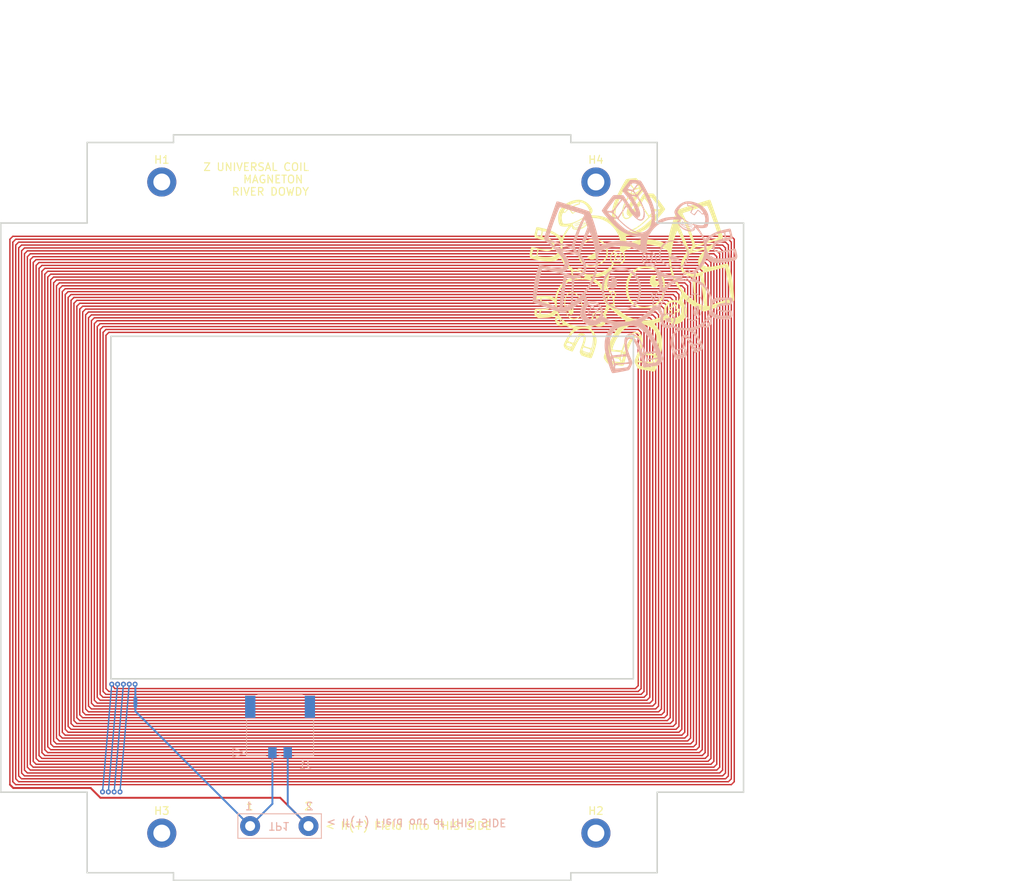
<source format=kicad_pcb>
(kicad_pcb (version 20241229) (generator "pcbnew") (generator_version "9.0")
  (title_block (title "Magneton") (date "2024-12-07") (rev "1.0") (comment 1 "Designed by: Eric Liu      ") (comment 2 "Retrofitted by: River Dowdy"))
  (layers (0 "F.Cu" signal) (4 "In1.Cu" signal) (6 "In2.Cu" signal) (8 "In3.Cu" signal) (10 "In4.Cu" signal) (2 "B.Cu" signal) (13 "F.Paste" user) (15 "B.Paste" user) (5 "F.SilkS" user "F.Silkscreen") (7 "B.SilkS" user "B.Silkscreen") (1 "F.Mask" user) (3 "B.Mask" user) (25 "Edge.Cuts" user))
  (net 0 "")
  (net 2 "COIL_1")
  (net 3 "COIL_2")
  (footprint "MountingHole:MountingHole_2.2mm_M2_DIN965_Pad_TopBottom" (layer "F.Cu") (at 91.151143 148.603288)
    (property "Reference" "H3" (at 0 -2.9 0) (layer "F.SilkS"))
    (property "Value" "~")
    (pad "1" thru_hole circle (at 0 0) (size 2.6 2.6) (drill 2.2) (layers "*.Cu" "*.Mask"))
    (pad "1" connect circle (at 0 0) (size 3.8 3.8) (layers "F.Cu" "F.Mask"))
    (pad "1" connect circle (at 0 0) (size 3.8 3.8) (layers "B.Cu" "B.Mask"))
  )
  (footprint "IMAGE_FOOTPRINTS:mk3smallmag" (layer "F.Cu") (at 152.529 75.649)
    (property "Reference" "G***" (hide yes))
    (property "Value" "LOGO" (hide yes))
  )
  (footprint "MountingHole:MountingHole_2.2mm_M2_DIN965_Pad_TopBottom" (layer "F.Cu") (at 147.825143 63.603288)
    (property "Reference" "H4" (at 0 -2.9 0) (layer "F.SilkS"))
    (property "Value" "~")
    (pad "1" thru_hole circle (at 0 0) (size 2.6 2.6) (drill 2.2) (layers "*.Cu" "*.Mask"))
    (pad "1" connect circle (at 0 0) (size 3.8 3.8) (layers "F.Cu" "F.Mask"))
    (pad "1" connect circle (at 0 0) (size 3.8 3.8) (layers "B.Cu" "B.Mask"))
  )
  (footprint "MountingHole:MountingHole_2.2mm_M2_DIN965_Pad_TopBottom" (layer "F.Cu") (at 147.825143 148.603288)
    (property "Reference" "H2" (at 0 -2.9 0) (layer "F.SilkS"))
    (property "Value" "~")
    (pad "1" thru_hole circle (at 0 0) (size 2.6 2.6) (drill 2.2) (layers "*.Cu" "*.Mask"))
    (pad "1" connect circle (at 0 0) (size 3.8 3.8) (layers "F.Cu" "F.Mask"))
    (pad "1" connect circle (at 0 0) (size 3.8 3.8) (layers "B.Cu" "B.Mask"))
  )
  (footprint "MountingHole:MountingHole_2.2mm_M2_DIN965_Pad_TopBottom" (layer "F.Cu") (at 91.151143 63.603288)
    (property "Reference" "H1" (at 0 -2.9 0) (layer "F.SilkS"))
    (property "Value" "~")
    (pad "1" thru_hole circle (at 0 0) (size 2.6 2.6) (drill 2.2) (layers "*.Cu" "*.Mask"))
    (pad "1" connect circle (at 0 0) (size 3.8 3.8) (layers "F.Cu" "F.Mask"))
    (pad "1" connect circle (at 0 0) (size 3.8 3.8) (layers "B.Cu" "B.Mask"))
  )
  (footprint "ssi_connector:TestPointConnection" (layer "B.Cu") (at 106.504 147.184)
    (property "Reference" "TP1" (at 0 0.5 180) (layer "B.SilkS") (effects (justify mirror)))
    (property "Value" "Start/End of Coil Series" (hide yes))
    (pad "1" thru_hole circle (at -3.82 0.5) (size 2.6 2.6) (drill 1.3) (layers "*.Cu" "*.Mask") (net 2 "COIL_1"))
    (pad "2" thru_hole circle (at 3.8 0.5) (size 2.6 2.6) (drill 1.3) (layers "*.Cu" "*.Mask") (net 3 "COIL_2"))
  )
  (footprint "ssi_connector:Molex_205338-0002" (layer "B.Cu") (at 105.593999 138.094 180)
    (property "Reference" "J1" (at -4.305002 -1.625001 0) (layer "B.SilkS") (effects (justify mirror)))
    (property "Value" "2053380002" (hide yes))
    (fp_text user "*" (at -0.01 -1.43 0) (layer "B.SilkS") (effects (justify mirror)))
    (pad "1" smd rect (at 0 0 180) (size 1.1 1.45) (layers "B.Cu" "B.Mask" "B.Paste") (net 2 "COIL_1"))
    (pad "2" smd rect (at -2.000001 0 180) (size 1.1 1.45) (layers "B.Cu" "B.Mask" "B.Paste") (net 3 "COIL_2"))
    (pad "3" smd rect (at 2.894998 5.974999 180) (size 1.35 2.899999) (layers "B.Cu" "B.Mask" "B.Paste"))
    (pad "4" smd rect (at -4.894997 5.974999 180) (size 1.35 2.899999) (layers "B.Cu" "B.Mask" "B.Paste"))
  )
  (footprint "NetTie:NetTie-2_SMD_Pad0.5mm" (layer "B.Cu") (at 87.704 131.534 -90)
    (property "Reference" "NT1" (hide yes))
    (property "Value" "NetTie_2" (hide yes))
    (fp_poly (pts (xy -0.5 0.25) (xy 0.5 0.25) (xy 0.5 -0.25) (xy -0.5 -0.25)) (fill yes) (layer "B.Cu"))
    (pad "1" smd circle (at -0.5 0 270) (size 0.5 0.5) (layers "B.Cu") (net 3 "COIL_2"))
    (pad "2" smd circle (at 0.5 0 270) (size 0.5 0.5) (layers "B.Cu") (net 2 "COIL_1"))
  )
  (footprint "IMAGE_FOOTPRINTS:mk3smallmag" (layer "B.Cu") (at 152.929 75.849 180)
    (property "Reference" "G***" (hide yes))
    (property "Value" "LOGO" (hide yes))
  )
  (gr_line (start 92.681142 57.446458) (end 92.681142 58.446458) (stroke (width 0.2)) (layer "Edge.Cuts"))
  (gr_line (start 144.553142 57.446458) (end 92.681142 57.446458) (stroke (width 0.2)) (layer "Edge.Cuts"))
  (gr_line (start 81.405142 153.775258) (end 92.679142 153.775258) (stroke (width 0.2)) (layer "Edge.Cuts"))
  (gr_line (start 81.407142 58.446458) (end 81.407142 68.962058) (stroke (width 0.2)) (layer "Edge.Cuts"))
  (gr_line (start 81.405142 143.259658) (end 81.405142 153.775258) (stroke (width 0.2)) (layer "Edge.Cuts"))
  (gr_line (start 167.099142 143.259658) (end 167.101142 68.962058) (stroke (width 0.2)) (layer "Edge.Cuts"))
  (gr_line (start 152.719758 83.753778) (end 152.713679 128.464019) (stroke (width 0.2)) (layer "Edge.Cuts"))
  (gr_line (start 70.131142 143.259658) (end 81.405142 143.259658) (stroke (width 0.2)) (layer "Edge.Cuts"))
  (gr_line (start 155.825142 143.259658) (end 167.099142 143.259658) (stroke (width 0.2)) (layer "Edge.Cuts"))
  (gr_line (start 144.553142 58.446458) (end 144.553142 57.446458) (stroke (width 0.2)) (layer "Edge.Cuts"))
  (gr_line (start 70.133142 68.962058) (end 70.131142 143.259658) (stroke (width 0.2)) (layer "Edge.Cuts"))
  (gr_line (start 144.551142 153.775258) (end 155.825142 153.775258) (stroke (width 0.2)) (layer "Edge.Cuts"))
  (gr_line (start 84.509047 128.464019) (end 84.509047 83.753778) (stroke (width 0.2)) (layer "Edge.Cuts"))
  (gr_line (start 155.827142 68.962058) (end 155.827142 58.446458) (stroke (width 0.2)) (layer "Edge.Cuts"))
  (gr_line (start 92.679142 153.775258) (end 92.679142 154.775258) (stroke (width 0.2)) (layer "Edge.Cuts"))
  (gr_line (start 155.827142 58.446458) (end 144.553142 58.446458) (stroke (width 0.2)) (layer "Edge.Cuts"))
  (gr_line (start 144.551142 154.775258) (end 144.551142 153.775258) (stroke (width 0.2)) (layer "Edge.Cuts"))
  (gr_line (start 92.679142 154.775258) (end 144.551142 154.775258) (stroke (width 0.2)) (layer "Edge.Cuts"))
  (gr_line (start 155.825142 153.775258) (end 155.825142 143.259658) (stroke (width 0.2)) (layer "Edge.Cuts"))
  (gr_line (start 167.101142 68.962058) (end 155.827142 68.962058) (stroke (width 0.2)) (layer "Edge.Cuts"))
  (gr_line (start 152.713679 128.464019) (end 84.509047 128.464019) (stroke (width 0.2)) (layer "Edge.Cuts"))
  (gr_line (start 81.407142 68.962058) (end 70.133142 68.962058) (stroke (width 0.2)) (layer "Edge.Cuts"))
  (gr_line (start 92.681142 58.446458) (end 81.407142 58.446458) (stroke (width 0.2)) (layer "Edge.Cuts"))
  (gr_line (start 84.509047 83.753778) (end 152.719758 83.753778) (stroke (width 0.2)) (layer "Edge.Cuts"))
  (gr_text "1" (at 103.2065 145.699 0) (layer "F.SilkS") (effects (font (size 1 1)) (justify right bottom)))
  (gr_text "2\n" (at 110.8265 145.699 0) (layer "F.SilkS") (effects (font (size 1 1)) (justify right bottom)))
  (gr_text "< If(+) Field into THIS SIDE" (at 134.3215 148.239 0) (layer "F.SilkS") (effects (font (size 1 1)) (justify right bottom)))
  (gr_text "Z UNIVERSAL COIL\nMAGNETON \nRIVER DOWDY" (at 110.454 65.454 0) (layer "F.SilkS") (effects (font (size 1 1)) (justify right bottom)))
  (gr_text "2\n" (at 109.874 145.699 0) (layer "B.SilkS") (effects (font (size 1 1)) (justify right bottom mirror)))
  (gr_text "< If(+) Field out of THIS SIDE" (at 136.2265 146.6515 180) (layer "B.SilkS") (effects (font (size 1 1)) (justify right bottom mirror)))
  (gr_text "1" (at 101.9365 145.699 0) (layer "B.SilkS") (effects (font (size 1 1)) (justify right bottom mirror)))
  (segment (start 105.593999 138.094) (end 105.593999 144.774001) (width 0.25) (layer "B.Cu") (net 2))
  (segment (start 105.593999 144.774001) (end 102.684 147.684) (width 0.25) (layer "B.Cu") (net 2))
  (segment (start 87.704 132.704) (end 87.704 132.034) (width 0.25) (layer "B.Cu") (net 2))
  (segment (start 102.684 147.684) (end 87.704 132.704) (width 0.25) (layer "B.Cu") (net 2))
  (segment (start 81.205 133.155) (end 80.825 132.775) (width 0.18) (layer "F.Cu") (net 3))
  (segment (start 75.885 75.635) (end 75.885 137.715) (width 0.18) (layer "F.Cu") (net 3))
  (segment (start 82.345 82.094999) (end 82.345 131.255) (width 0.18) (layer "F.Cu") (net 3))
  (segment (start 156.765 79.435) (end 157.145 79.815) (width 0.18) (layer "F.Cu") (net 3))
  (segment (start 160.945 136.955) (end 160.565 137.335) (width 0.18) (layer "F.Cu") (net 3))
  (segment (start 81.965 80.955) (end 155.244999 80.955) (width 0.18) (layer "F.Cu") (net 3))
  (segment (start 161.325 138.095) (end 76.265 138.095) (width 0.18) (layer "F.Cu") (net 3))
  (segment (start 154.485 81.715) (end 154.864999 82.094999) (width 0.18) (layer "F.Cu") (net 3))
  (segment (start 75.125 74.874999) (end 75.505 74.495) (width 0.18) (layer "F.Cu") (net 3))
  (segment (start 156.385 79.815) (end 156.765 80.195) (width 0.18) (layer "F.Cu") (net 3))
  (segment (start 83.485 83.235) (end 83.485 130.115) (width 0.18) (layer "F.Cu") (net 3))
  (segment (start 156.385 80.575) (end 156.385 132.395) (width 0.18) (layer "F.Cu") (net 3))
  (segment (start 79.304999 135.055) (end 78.925 134.675) (width 0.18) (layer "F.Cu") (net 3))
  (segment (start 165.124999 141.135) (end 164.744999 141.515) (width 0.18) (layer "F.Cu") (net 3))
  (segment (start 72.465 71.455) (end 164.744999 71.455) (width 0.18) (layer "F.Cu") (net 3))
  (segment (start 162.845 139.615) (end 74.744999 139.615) (width 0.18) (layer "F.Cu") (net 3))
  (segment (start 73.985 72.975) (end 163.225 72.975) (width 0.18) (layer "F.Cu") (net 3))
  (segment (start 157.525 134.295) (end 80.065 134.295) (width 0.18) (layer "F.Cu") (net 3))
  (segment (start 162.465 138.475) (end 162.085 138.855) (width 0.18) (layer "F.Cu") (net 3))
  (segment (start 153.725 83.235) (end 153.725 129.735) (width 0.18) (layer "F.Cu") (net 3))
  (segment (start 77.025 76.775) (end 77.025 136.575) (width 0.18) (layer "F.Cu") (net 3))
  (segment (start 71.705 71.455) (end 72.085 71.075) (width 0.18) (layer "F.Cu") (net 3))
  (segment (start 163.985 72.975) (end 163.985 139.995) (width 0.18) (layer "F.Cu") (net 3))
  (segment (start 72.465 141.895) (end 72.085 141.515) (width 0.18) (layer "F.Cu") (net 3))
  (segment (start 74.744999 139.615) (end 74.364999 139.235) (width 0.18) (layer "F.Cu") (net 3))
  (segment (start 73.985 73.735) (end 73.985 139.615) (width 0.18) (layer "F.Cu") (net 3))
  (segment (start 156.005 132.015) (end 155.625 132.395) (width 0.18) (layer "F.Cu") (net 3))
  (segment (start 155.624999 131.635) (end 155.244999 132.015) (width 0.18) (layer "F.Cu") (net 3))
  (segment (start 165.885 141.895) (end 165.505 142.275) (width 0.18) (layer "F.Cu") (net 3))
  (segment (start 162.465 139.235) (end 75.125 139.235) (width 0.18) (layer "F.Cu") (net 3))
  (segment (start 157.525 78.675) (end 157.905 79.055) (width 0.18) (layer "F.Cu") (net 3))
  (segment (start 77.025 76.015) (end 160.185 76.015) (width 0.18) (layer "F.Cu") (net 3))
  (segment (start 72.465 72.215) (end 72.845 71.835) (width 0.18) (layer "F.Cu") (net 3))
  (segment (start 163.985 72.215) (end 164.364999 72.594999) (width 0.18) (layer "F.Cu") (net 3))
  (segment (start 76.645 137.715) (end 76.265 137.335) (width 0.18) (layer "F.Cu") (net 3))
  (segment (start 72.465 72.215) (end 72.465 141.135) (width 0.18) (layer "F.Cu") (net 3))
  (segment (start 162.465 74.495) (end 162.465 138.475) (width 0.18) (layer "F.Cu") (net 3))
  (segment (start 156.005 80.195) (end 156.385 80.575) (width 0.18) (layer "F.Cu") (net 3))
  (segment (start 165.505 70.695) (end 165.885 71.075) (width 0.18) (layer "F.Cu") (net 3))
  (segment (start 72.085 142.275) (end 71.705 141.895) (width 0.18) (layer "F.Cu") (net 3))
  (segment (start 81.965 81.715) (end 82.345 81.335) (width 0.18) (layer "F.Cu") (net 3))
  (segment (start 154.105 82.855) (end 154.105 130.115) (width 0.18) (layer "F.Cu") (net 3))
  (segment (start 163.605 73.355) (end 163.605 139.615) (width 0.18) (layer "F.Cu") (net 3))
  (segment (start 80.445 79.435) (end 156.765 79.435) (width 0.18) (layer "F.Cu") (net 3))
  (segment (start 73.985 73.735) (end 74.364999 73.355) (width 0.18) (layer "F.Cu") (net 3))
  (segment (start 157.145 133.915) (end 80.445 133.915) (width 0.18) (layer "F.Cu") (net 3))
  (segment (start 155.625 132.395) (end 81.965 132.395) (width 0.18) (layer "F.Cu") (net 3))
  (segment (start 71.705 71.455) (end 71.705 141.895) (width 0.18) (layer "F.Cu") (net 3))
  (segment (start 164.744999 140.755) (end 164.364999 141.135) (width 0.18) (layer "F.Cu") (net 3))
  (segment (start 162.465 73.735) (end 162.845 74.115) (width 0.18) (layer "F.Cu") (net 3))
  (segment (start 78.545 78.295) (end 78.925 77.915) (width 0.18) (layer "F.Cu") (net 3))
  (segment (start 155.624999 81.335) (end 155.624999 131.635) (width 0.18) (layer "F.Cu") (net 3))
  (segment (start 165.124999 71.835) (end 165.124999 141.135) (width 0.18) (layer "F.Cu") (net 3))
  (segment (start 163.985 139.995) (end 163.605 140.375) (width 0.18) (layer "F.Cu") (net 3))
  (segment (start 81.965 132.395) (end 81.585 132.015) (width 0.18) (layer "F.Cu") (net 3))
  (segment (start 155.625 80.575) (end 156.005 80.955) (width 0.18) (layer "F.Cu") (net 3))
  (segment (start 164.364999 72.594999) (end 164.364999 140.375) (width 0.18) (layer "F.Cu") (net 3))
  (segment (start 160.185 76.015) (end 160.565 76.395) (width 0.18) (layer "F.Cu") (net 3))
  (segment (start 76.265 76.015) (end 76.645 75.635) (width 0.18) (layer "F.Cu") (net 3))
  (segment (start 159.805 136.575) (end 77.785 136.575) (width 0.18) (layer "F.Cu") (net 3))
  (segment (start 162.085 138.855) (end 75.505 138.855) (width 0.18) (layer "F.Cu") (net 3))
  (segment (start 78.545 77.535) (end 158.665 77.535) (width 0.18) (layer "F.Cu") (net 3))
  (segment (start 79.685 79.435) (end 80.065 79.055) (width 0.18) (layer "F.Cu") (net 3))
  (segment (start 163.225 139.995) (end 74.364999 139.995) (width 0.18) (layer "F.Cu") (net 3))
  (segment (start 75.505 75.255) (end 75.885 74.875) (width 0.18) (layer "F.Cu") (net 3))
  (segment (start 158.285 77.915) (end 158.665 78.295) (width 0.18) (layer "F.Cu") (net 3))
  (segment (start 83.105 82.095) (end 154.105 82.095) (width 0.18) (layer "F.Cu") (net 3))
  (segment (start 157.145 79.055) (end 157.525 79.435) (width 0.18) (layer "F.Cu") (net 3))
  (segment (start 158.285 135.055) (end 79.304999 135.055) (width 0.18) (layer "F.Cu") (net 3))
  (segment (start 159.425 76.775) (end 159.804999 77.154999) (width 0.18) (layer "F.Cu") (net 3))
  (segment (start 74.364999 139.995) (end 73.985 139.615) (width 0.18) (layer "F.Cu") (net 3))
  (segment (start 154.864999 82.094999) (end 154.864999 130.875) (width 0.18) (layer "F.Cu") (net 3))
  (segment (start 154.864999 81.335) (end 155.244999 81.715) (width 0.18) (layer "F.Cu") (net 3))
  (segment (start 164.744999 71.455) (end 165.124999 71.835) (width 0.18) (layer "F.Cu") (net 3))
  (segment (start 159.425 77.535) (end 159.425 135.435) (width 0.18) (layer "F.Cu") (net 3))
  (segment (start 75.505 138.855) (end 75.125 138.475) (width 0.18) (layer "F.Cu") (net 3))
  (segment (start 164.364999 140.375) (end 163.985 140.755) (width 0.18) (layer "F.Cu") (net 3))
  (segment (start 78.925 78.675) (end 78.925 134.675) (width 0.18) (layer "F.Cu") (net 3))
  (segment (start 72.845 72.594999) (end 73.225 72.215) (width 0.18) (layer "F.Cu") (net 3))
  (segment (start 163.605 139.615) (end 163.225 139.995) (width 0.18) (layer "F.Cu") (net 3))
  (segment (start 80.825 79.815) (end 156.385 79.815) (width 0.18) (layer "F.Cu") (net 3))
  (segment (start 157.905 134.675) (end 79.685 134.675) (width 0.18) (layer "F.Cu") (net 3))
  (segment (start 80.825 133.535) (end 80.445 133.155) (width 0.18) (layer "F.Cu") (net 3))
  (segment (start 73.225 141.135) (end 72.845 140.755) (width 0.18) (layer "F.Cu") (net 3))
  (segment (start 84.244999 130.115) (end 83.864999 129.735) (width 0.18) (layer "F.Cu") (net 3))
  (segment (start 77.025 76.775) (end 77.405 76.395) (width 0.18) (layer "F.Cu") (net 3))
  (segment (start 153.725 129.735) (end 153.345 130.115) (width 0.18) (layer "F.Cu") (net 3))
  (segment (start 80.445 80.195) (end 80.445 133.155) (width 0.18) (layer "F.Cu") (net 3))
  (segment (start 79.685 134.675) (end 79.305 134.295) (width 0.18) (layer "F.Cu") (net 3))
  (segment (start 161.325 74.875) (end 161.705 75.255) (width 0.18) (layer "F.Cu") (net 3))
  (segment (start 74.745 74.495) (end 75.125 74.115) (width 0.18) (layer "F.Cu") (net 3))
  (segment (start 159.045 77.915) (end 159.045 135.055) (width 0.18) (layer "F.Cu") (net 3))
  (segment (start 106.614 143.994) (end 110.304 147.684) (width 0.25) (layer "F.Cu") (net 3))
  (segment (start 157.525 79.435) (end 157.525 133.535) (width 0.18) (layer "F.Cu") (net 3))
  (segment (start 154.485 130.495) (end 154.105 130.875) (width 0.18) (layer "F.Cu") (net 3))
  (segment (start 165.125 71.075) (end 165.505 71.455) (width 0.18) (layer "F.Cu") (net 3))
  (segment (start 157.905 78.295) (end 158.285 78.675) (width 0.18) (layer "F.Cu") (net 3))
  (segment (start 74.364999 73.355) (end 162.845 73.355) (width 0.18) (layer "F.Cu") (net 3))
  (segment (start 80.825 80.575) (end 81.205 80.195) (width 0.18) (layer "F.Cu") (net 3))
  (segment (start 71.764 142.714) (end 81.864 142.714) (width 0.25) (layer "F.Cu") (net 3))
  (segment (start 78.165 77.915) (end 78.545 77.535) (width 0.18) (layer "F.Cu") (net 3))
  (segment (start 156.765 132.775) (end 156.385 133.155) (width 0.18) (layer "F.Cu") (net 3))
  (segment (start 77.785 77.535) (end 78.165 77.155) (width 0.18) (layer "F.Cu") (net 3))
  (segment (start 81.585 80.575) (end 155.625 80.575) (width 0.18) (layer "F.Cu") (net 3))
  (segment (start 165.885 71.075) (end 165.885 141.895) (width 0.18) (layer "F.Cu") (net 3))
  (segment (start 156.005 80.955) (end 156.005 132.015) (width 0.18) (layer "F.Cu") (net 3))
  (segment (start 71.705 70.695) (end 165.505 70.695) (width 0.18) (layer "F.Cu") (net 3))
  (segment (start 159.805 76.395) (end 160.185 76.775) (width 0.18) (layer "F.Cu") (net 3))
  (segment (start 159.045 135.815) (end 78.545 135.815) (width 0.18) (layer "F.Cu") (net 3))
  (segment (start 78.925 135.435) (end 78.545 135.055) (width 0.18) (layer "F.Cu") (net 3))
  (segment (start 157.525 133.535) (end 157.145 133.915) (width 0.18) (layer "F.Cu") (net 3))
  (segment (start 160.945 137.715) (end 76.645 137.715) (width 0.18) (layer "F.Cu") (net 3))
  (segment (start 82.725 82.475) (end 82.725 130.875) (width 0.18) (layer "F.Cu") (net 3))
  (segment (start 79.305 78.295) (end 157.905 78.295) (width 0.18) (layer "F.Cu") (net 3))
  (segment (start 164.744999 141.515) (end 72.845 141.515) (width 0.18) (layer "F.Cu") (net 3))
  (segment (start 152.965 129.735) (end 85.005 129.735) (width 0.18) (layer "F.Cu") (net 3))
  (segment (start 82.725 81.715) (end 154.485 81.715) (width 0.18) (layer "F.Cu") (net 3))
  (segment (start 81.205 80.955) (end 81.205 132.395) (width 0.18) (layer "F.Cu") (net 3))
  (segment (start 164.364999 141.135) (end 73.225 141.135) (width 0.18) (layer "F.Cu") (net 3))
  (segment (start 157.905 79.055) (end 157.905 133.915) (width 0.18) (layer "F.Cu") (net 3))
  (segment (start 156.765 133.535) (end 80.825 133.535) (width 0.18) (layer "F.Cu") (net 3))
  (segment (start 77.785 77.535) (end 77.785 135.815) (width 0.18) (layer "F.Cu") (net 3))
  (segment (start 82.345 81.335) (end 154.864999 81.335) (width 0.18) (layer "F.Cu") (net 3))
  (segment (start 158.665 134.675) (end 158.285 135.055) (width 0.18) (layer "F.Cu") (net 3))
  (segment (start 159.804999 135.815) (end 159.425 136.195) (width 0.18) (layer "F.Cu") (net 3))
  (segment (start 83.105 131.255) (end 82.725 130.875) (width 0.18) (layer "F.Cu") (net 3))
  (segment (start 80.445 133.915) (end 80.065 133.535) (width 0.18) (layer "F.Cu") (net 3))
  (segment (start 78.165 77.155) (end 159.045 77.155) (width 0.18) (layer "F.Cu") (net 3))
  (segment (start 76.265 138.095) (end 75.885 137.715) (width 0.18) (layer "F.Cu") (net 3))
  (segment (start 165.505 71.455) (end 165.505 141.515) (width 0.18) (layer "F.Cu") (net 3))
  (segment (start 78.545 135.815) (end 78.165 135.435) (width 0.18) (layer "F.Cu") (net 3))
  (segment (start 73.225 72.975) (end 73.605 72.595) (width 0.18) (layer "F.Cu") (net 3))
  (segment (start 80.065 79.055) (end 157.145 79.055) (width 0.18) (layer "F.Cu") (net 3))
  (segment (start 74.745 74.495) (end 74.745 138.855) (width 0.18) (layer "F.Cu") (net 3))
  (segment (start 158.285 134.295) (end 157.905 134.675) (width 0.18) (layer "F.Cu") (net 3))
  (segment (start 85.005 129.735) (end 84.625 129.165) (width 0.18) (layer "F.Cu") (net 3))
  (segment (start 80.445 80.195) (end 80.825 79.815) (width 0.18) (layer "F.Cu") (net 3))
  (segment (start 73.605 140.755) (end 73.225 140.375) (width 0.18) (layer "F.Cu") (net 3))
  (segment (start 82.345 132.015) (end 81.965 131.635) (width 0.18) (layer "F.Cu") (net 3))
  (segment (start 161.705 138.474999) (end 75.885 138.474999) (width 0.18) (layer "F.Cu") (net 3))
  (segment (start 156.385 133.155) (end 81.205 133.155) (width 0.18) (layer "F.Cu") (net 3))
  (segment (start 153.725 82.475) (end 154.105 82.855) (width 0.18) (layer "F.Cu") (net 3))
  (segment (start 160.185 136.955) (end 77.405 136.955) (width 0.18) (layer "F.Cu") (net 3))
  (segment (start 72.085 71.835) (end 72.085 141.515) (width 0.18) (layer "F.Cu") (net 3))
  (segment (start 78.165 136.195) (end 77.785 135.815) (width 0.18) (layer "F.Cu") (net 3))
  (segment (start 163.605 72.595) (end 163.985 72.975) (width 0.18) (layer "F.Cu") (net 3))
  (segment (start 163.605 140.375) (end 73.985 140.375) (width 0.18) (layer "F.Cu") (net 3))
  (segment (start 160.185 76.775) (end 160.185 136.195) (width 0.18) (layer "F.Cu") (net 3))
  (segment (start 73.225 72.975) (end 73.225 140.375) (width 0.18) (layer "F.Cu") (net 3))
  (segment (start 83.864999 82.855) (end 153.345 82.855) (width 0.18) (layer "F.Cu") (net 3))
  (segment (start 81.585 132.775) (end 81.205 132.395) (width 0.18) (layer "F.Cu") (net 3))
  (segment (start 75.125 74.115) (end 162.085 74.115) (width 0.18) (layer "F.Cu") (net 3))
  (segment (start 83.485 130.875) (end 83.105 130.495) (width 0.18) (layer "F.Cu") (net 3))
  (segment (start 80.065 79.815) (end 80.445 79.435) (width 0.18) (layer "F.Cu") (net 3))
  (segment (start 156.765 80.195) (end 156.765 132.775) (width 0.18) (layer "F.Cu") (net 3))
  (segment (start 154.105 130.115) (end 153.725 130.495) (width 0.18) (layer "F.Cu") (net 3))
  (segment (start 154.864999 131.635) (end 82.725 131.635) (width 0.18) (layer "F.Cu") (net 3))
  (segment (start 153.345 83.615) (end 153.345 129.355) (width 0.18) (layer "F.Cu") (net 3))
  (segment (start 81.864 142.714) (end 83.144 143.994) (width 0.25) (layer "F.Cu") (net 3))
  (segment (start 80.065 134.295) (end 79.685 133.915) (width 0.18) (layer "F.Cu") (net 3))
  (segment (start 76.265 76.015) (end 76.265 137.335) (width 0.18) (layer "F.Cu") (net 3))
  (segment (start 77.405 76.395) (end 159.805 76.395) (width 0.18) (layer "F.Cu") (net 3))
  (segment (start 157.145 79.815) (end 157.145 133.155) (width 0.18) (layer "F.Cu") (net 3))
  (segment (start 76.645 76.395) (end 76.645 136.955) (width 0.18) (layer "F.Cu") (net 3))
  (segment (start 160.945 76.015) (end 160.945 136.955) (width 0.18) (layer "F.Cu") (net 3))
  (segment (start 83.485 82.475) (end 153.725 82.475) (width 0.18) (layer "F.Cu") (net 3))
  (segment (start 76.265 75.255) (end 160.945 75.255) (width 0.18) (layer "F.Cu") (net 3))
  (segment (start 81.205 80.195) (end 156.005 80.195) (width 0.18) (layer "F.Cu") (net 3))
  (segment (start 153.345 129.355) (end 152.965 129.735) (width 0.18) (layer "F.Cu") (net 3))
  (segment (start 79.685 78.675) (end 157.525 78.675) (width 0.18) (layer "F.Cu") (net 3))
  (segment (start 72.845 141.515) (end 72.465 141.135) (width 0.18) (layer "F.Cu") (net 3))
  (segment (start 77.025 137.335) (end 76.645 136.955) (width 0.18) (layer "F.Cu") (net 3))
  (segment (start 75.885 138.474999) (end 75.505 138.094999) (width 0.18) (layer "F.Cu") (net 3))
  (segment (start 75.885 74.875) (end 161.325 74.875) (width 0.18) (layer "F.Cu") (net 3))
  (segment (start 84.245 83.235) (end 152.965 83.235) (width 0.18) (layer "F.Cu") (net 3))
  (segment (start 79.305 79.055) (end 79.305 134.295) (width 0.18) (layer "F.Cu") (net 3))
  (segment (start 158.285 78.675) (end 158.285 134.295) (width 0.18) (layer "F.Cu") (net 3))
  (segment (start 153.725 130.495) (end 83.864999 130.495) (width 0.18) (layer "F.Cu") (net 3))
  (segment (start 165.125 141.895) (end 72.465 141.895) (width 0.18) (layer "F.Cu") (net 3))
  (segment (start 75.125 139.235) (end 74.745 138.855) (width 0.18) (layer "F.Cu") (net 3))
  (segment (start 159.425 136.195) (end 78.165 136.195) (width 0.18) (layer "F.Cu") (net 3))
  (segment (start 152.965 83.235) (end 153.345 83.615) (width 0.18) (layer "F.Cu") (net 3))
  (segment (start 81.585 81.335) (end 81.585 132.015) (width 0.18) (layer "F.Cu") (net 3))
  (segment (start 83.105 82.855) (end 83.105 130.495) (width 0.18) (layer "F.Cu") (net 3))
  (segment (start 81.205 80.955) (end 81.585 80.575) (width 0.18) (layer "F.Cu") (net 3))
  (segment (start 160.565 75.635) (end 160.945 76.015) (width 0.18) (layer "F.Cu") (net 3))
  (segment (start 73.605 73.355) (end 73.985 72.975) (width 0.18) (layer "F.Cu") (net 3))
  (segment (start 165.505 142.275) (end 72.085 142.275) (width 0.18) (layer "F.Cu") (net 3))
  (segment (start 154.105 130.875) (end 83.485 130.875) (width 0.18) (layer "F.Cu") (net 3))
  (segment (start 83.864999 130.495) (end 83.485 130.115) (width 0.18) (layer "F.Cu") (net 3))
  (segment (start 83.105 82.855) (end 83.485 82.475) (width 0.18) (layer "F.Cu") (net 3))
  (segment (start 165.505 141.515) (end 165.125 141.895) (width 0.18) (layer "F.Cu") (net 3))
  (segment (start 72.085 71.075) (end 165.125 71.075) (width 0.18) (layer "F.Cu") (net 3))
  (segment (start 72.845 72.594999) (end 72.845 140.755) (width 0.18) (layer "F.Cu") (net 3))
  (segment (start 77.405 77.154999) (end 77.785 76.775) (width 0.18) (layer "F.Cu") (net 3))
  (segment (start 162.845 73.355) (end 163.225 73.735) (width 0.18) (layer "F.Cu") (net 3))
  (segment (start 79.305 79.055) (end 79.685 78.675) (width 0.18) (layer "F.Cu") (net 3))
  (segment (start 73.605 73.355) (end 73.605 139.995) (width 0.18) (layer "F.Cu") (net 3))
  (segment (start 73.605 72.595) (end 163.605 72.595) (width 0.18) (layer "F.Cu") (net 3))
  (segment (start 73.985 140.375) (end 73.605 139.995) (width 0.18) (layer "F.Cu") (net 3))
  (segment (start 72.085 71.835) (end 72.465 71.455) (width 0.18) (layer "F.Cu") (net 3))
  (segment (start 159.045 135.055) (end 158.665 135.435) (width 0.18) (layer "F.Cu") (net 3))
  (segment (start 163.985 140.755) (end 73.605 140.755) (width 0.18) (layer "F.Cu") (net 3))
  (segment (start 153.345 130.115) (end 84.244999 130.115) (width 0.18) (layer "F.Cu") (net 3))
  (segment (start 164.744999 72.215) (end 164.744999 140.755) (width 0.18) (layer "F.Cu") (net 3))
  (segment (start 74.365 74.115) (end 74.745 73.735) (width 0.18) (layer "F.Cu") (net 3))
  (segment (start 75.885 75.635) (end 76.265 75.255) (width 0.18) (layer "F.Cu") (net 3))
  (segment (start 75.505 74.495) (end 161.705 74.495) (width 0.18) (layer "F.Cu") (net 3))
  (segment (start 78.545 78.295) (end 78.545 135.055) (width 0.18) (layer "F.Cu") (net 3))
  (segment (start 161.705 75.255) (end 161.705 137.715) (width 0.18) (layer "F.Cu") (net 3))
  (segment (start 161.325 137.335) (end 160.945 137.715) (width 0.18) (layer "F.Cu") (net 3))
  (segment (start 78.165 77.915) (end 78.165 135.435) (width 0.18) (layer "F.Cu") (net 3))
  (segment (start 80.825 80.575) (end 80.825 132.775) (width 0.18) (layer "F.Cu") (net 3))
  (segment (start 163.225 139.235) (end 162.845 139.615) (width 0.18) (layer "F.Cu") (net 3))
  (segment (start 77.405 136.955) (end 77.025 136.575) (width 0.18) (layer "F.Cu") (net 3))
  (segment (start 71.325 71.075) (end 71.325 142.275) (width 0.18) (layer "F.Cu") (net 3))
  (segment (start 83.865 83.615) (end 84.245 83.235) (width 0.18) (layer "F.Cu") (net 3))
  (segment (start 155.244999 132.015) (end 82.345 132.015) (width 0.18) (layer "F.Cu") (net 3))
  (segment (start 163.225 73.735) (end 163.225 139.235) (width 0.18) (layer "F.Cu") (net 3))
  (segment (start 71.325 142.275) (end 71.764 142.714) (width 0.25) (layer "F.Cu") (net 3))
  (segment (start 158.665 78.295) (end 158.665 134.675) (width 0.18) (layer "F.Cu") (net 3))
  (segment (start 161.325 75.635) (end 161.325 137.335) (width 0.18) (layer "F.Cu") (net 3))
  (segment (start 77.785 76.775) (end 159.425 76.775) (width 0.18) (layer "F.Cu") (net 3))
  (segment (start 82.345 82.094999) (end 82.725 81.715) (width 0.18) (layer "F.Cu") (net 3))
  (segment (start 73.225 72.215) (end 163.985 72.215) (width 0.18) (layer "F.Cu") (net 3))
  (segment (start 159.045 77.155) (end 159.425 77.535) (width 0.18) (layer "F.Cu") (net 3))
  (segment (start 71.325 71.075) (end 71.705 70.695) (width 0.18) (layer "F.Cu") (net 3))
  (segment (start 77.405 77.154999) (end 77.405 136.195) (width 0.18) (layer "F.Cu") (net 3))
  (segment (start 78.925 77.915) (end 158.285 77.915) (width 0.18) (layer "F.Cu") (net 3))
  (segment (start 162.085 138.094999) (end 161.705 138.474999) (width 0.18) (layer "F.Cu") (net 3))
  (segment (start 162.845 74.115) (end 162.845 138.855) (width 0.18) (layer "F.Cu") (net 3))
  (segment (start 74.365 74.115) (end 74.365 139.235) (width 0.18) (layer "F.Cu") (net 3))
  (segment (start 162.085 74.115) (end 162.465 74.495) (width 0.18) (layer "F.Cu") (net 3))
  (segment (start 76.645 76.395) (end 77.025 76.015) (width 0.18) (layer "F.Cu") (net 3))
  (segment (start 155.244999 80.955) (end 155.624999 81.335) (width 0.18) (layer "F.Cu") (net 3))
  (segment (start 154.105 82.095) (end 154.485 82.475) (width 0.18) (layer "F.Cu") (net 3))
  (segment (start 159.425 135.435) (end 159.045 135.815) (width 0.18) (layer "F.Cu") (net 3))
  (segment (start 159.804999 77.154999) (end 159.804999 135.815) (width 0.18) (layer "F.Cu") (net 3))
  (segment (start 160.565 137.335) (end 77.025 137.335) (width 0.18) (layer "F.Cu") (net 3))
  (segment (start 157.905 133.915) (end 157.525 134.295) (width 0.18) (layer "F.Cu") (net 3))
  (segment (start 72.845 71.835) (end 164.364999 71.835) (width 0.18) (layer "F.Cu") (net 3))
  (segment (start 160.565 76.395) (end 160.565 136.575) (width 0.18) (layer "F.Cu") (net 3))
  (segment (start 162.085 74.874999) (end 162.085 138.094999) (width 0.18) (layer "F.Cu") (net 3))
  (segment (start 163.225 72.975) (end 163.605 73.355) (width 0.18) (layer "F.Cu") (net 3))
  (segment (start 75.125 74.874999) (end 75.125 138.474999) (width 0.18) (layer "F.Cu") (net 3))
  (segment (start 77.785 136.575) (end 77.405 136.195) (width 0.18) (layer "F.Cu") (net 3))
  (segment (start 153.345 82.855) (end 153.725 83.235) (width 0.18) (layer "F.Cu") (net 3))
  (segment (start 154.485 82.475) (end 154.485 130.495) (width 0.18) (layer "F.Cu") (net 3))
  (segment (start 161.705 74.495) (end 162.085 74.874999) (width 0.18) (layer "F.Cu") (net 3))
  (segment (start 155.244999 131.255) (end 154.864999 131.635) (width 0.18) (layer "F.Cu") (net 3))
  (segment (start 160.945 75.255) (end 161.325 75.635) (width 0.18) (layer "F.Cu") (net 3))
  (segment (start 76.645 75.635) (end 160.565 75.635) (width 0.18) (layer "F.Cu") (net 3))
  (segment (start 156.385 132.395) (end 156.005 132.775) (width 0.18) (layer "F.Cu") (net 3))
  (segment (start 79.685 79.435) (end 79.685 133.915) (width 0.18) (layer "F.Cu") (net 3))
  (segment (start 83.865 83.615) (end 83.865 129.735) (width 0.18) (layer "F.Cu") (net 3))
  (segment (start 81.965 81.715) (end 81.965 131.635) (width 0.18) (layer "F.Cu") (net 3))
  (segment (start 160.185 136.195) (end 159.805 136.575) (width 0.18) (layer "F.Cu") (net 3))
  (segment (start 155.244999 81.715) (end 155.244999 131.255) (width 0.18) (layer "F.Cu") (net 3))
  (segment (start 80.065 79.815) (end 80.065 133.535) (width 0.18) (layer "F.Cu") (net 3))
  (segment (start 83.144 143.994) (end 106.614 143.994) (width 0.25) (layer "F.Cu") (net 3))
  (segment (start 74.745 73.735) (end 162.465 73.735) (width 0.18) (layer "F.Cu") (net 3))
  (segment (start 83.485 83.235) (end 83.864999 82.855) (width 0.18) (layer "F.Cu") (net 3))
  (segment (start 164.364999 71.835) (end 164.744999 72.215) (width 0.18) (layer "F.Cu") (net 3))
  (segment (start 158.665 135.435) (end 78.925 135.435) (width 0.18) (layer "F.Cu") (net 3))
  (segment (start 160.565 136.575) (end 160.185 136.955) (width 0.18) (layer "F.Cu") (net 3))
  (segment (start 162.845 138.855) (end 162.465 139.235) (width 0.18) (layer "F.Cu") (net 3))
  (segment (start 154.864999 130.875) (end 154.485 131.255) (width 0.18) (layer "F.Cu") (net 3))
  (segment (start 161.705 137.715) (end 161.325 138.095) (width 0.18) (layer "F.Cu") (net 3))
  (segment (start 158.665 77.535) (end 159.045 77.915) (width 0.18) (layer "F.Cu") (net 3))
  (segment (start 154.485 131.255) (end 83.105 131.255) (width 0.18) (layer "F.Cu") (net 3))
  (segment (start 78.925 78.675) (end 79.305 78.295) (width 0.18) (layer "F.Cu") (net 3))
  (segment (start 75.505 75.255) (end 75.505 138.095) (width 0.18) (layer "F.Cu") (net 3))
  (segment (start 81.585 81.335) (end 81.965 80.955) (width 0.18) (layer "F.Cu") (net 3))
  (segment (start 157.145 133.155) (end 156.765 133.535) (width 0.18) (layer "F.Cu") (net 3))
  (segment (start 82.725 131.635) (end 82.345 131.255) (width 0.18) (layer "F.Cu") (net 3))
  (segment (start 82.725 82.475) (end 83.105 82.095) (width 0.18) (layer "F.Cu") (net 3))
  (segment (start 156.005 132.775) (end 81.585 132.775) (width 0.18) (layer "F.Cu") (net 3))
  (via (at 83.415 143.225) (size 0.65) (drill 0.3) (layers "F.Cu" "B.Cu") (net 3))
  (via (at 84.625 129.165) (size 0.65) (drill 0.3) (layers "F.Cu" "B.Cu") (net 3))
  (via (at 86.905 129.165) (size 0.65) (drill 0.3) (layers "F.Cu" "B.Cu") (net 3))
  (via (at 85.695 143.225) (size 0.65) (drill 0.3) (layers "F.Cu" "B.Cu") (net 3))
  (via (at 85.385 129.165) (size 0.65) (drill 0.3) (layers "F.Cu" "B.Cu") (net 3))
  (via (at 86.145 129.165) (size 0.65) (drill 0.3) (layers "F.Cu" "B.Cu") (net 3))
  (via (at 84.175 143.225) (size 0.65) (drill 0.3) (layers "F.Cu" "B.Cu") (net 3))
  (via (at 84.935 143.225) (size 0.65) (drill 0.3) (layers "F.Cu" "B.Cu") (net 3))
  (via (at 87.665 129.165) (size 0.65) (drill 0.3) (layers "F.Cu" "B.Cu") (net 3))
  (segment (start 87.704 131.034) (end 87.704 129.204) (width 0.25) (layer "B.Cu") (net 3))
  (segment (start 85.695 143.225) (end 86.905 129.165) (width 0.18) (layer "B.Cu") (net 3))
  (segment (start 107.594 144.974) (end 110.304 147.684) (width 0.25) (layer "B.Cu") (net 3))
  (segment (start 84.935 143.225) (end 86.145 129.165) (width 0.18) (layer "B.Cu") (net 3))
  (segment (start 107.594 138.094) (end 107.594 144.974) (width 0.25) (layer "B.Cu") (net 3))
  (segment (start 87.704 129.204) (end 87.665 129.165) (width 0.25) (layer "B.Cu") (net 3))
  (segment (start 83.415 143.225) (end 84.625 129.165) (width 0.18) (layer "B.Cu") (net 3))
  (segment (start 84.175 143.225) (end 85.385 129.165) (width 0.18) (layer "B.Cu") (net 3))
)
</source>
